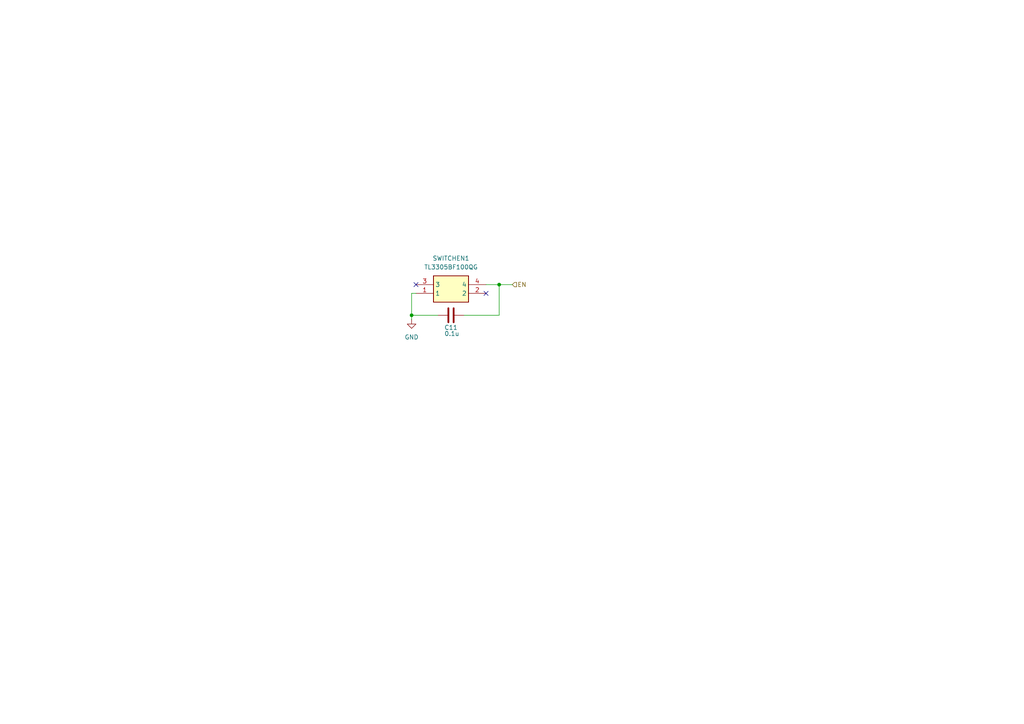
<source format=kicad_sch>
(kicad_sch
	(version 20231120)
	(generator "eeschema")
	(generator_version "8.0")
	(uuid "203338ad-9591-49c3-a6d7-88d3688094ed")
	(paper "A4")
	(lib_symbols
		(symbol "Device:C"
			(pin_numbers hide)
			(pin_names
				(offset 0.254)
			)
			(exclude_from_sim no)
			(in_bom yes)
			(on_board yes)
			(property "Reference" "C"
				(at 0.635 2.54 0)
				(effects
					(font
						(size 1.27 1.27)
					)
					(justify left)
				)
			)
			(property "Value" "C"
				(at 0.635 -2.54 0)
				(effects
					(font
						(size 1.27 1.27)
					)
					(justify left)
				)
			)
			(property "Footprint" ""
				(at 0.9652 -3.81 0)
				(effects
					(font
						(size 1.27 1.27)
					)
					(hide yes)
				)
			)
			(property "Datasheet" "~"
				(at 0 0 0)
				(effects
					(font
						(size 1.27 1.27)
					)
					(hide yes)
				)
			)
			(property "Description" "Unpolarized capacitor"
				(at 0 0 0)
				(effects
					(font
						(size 1.27 1.27)
					)
					(hide yes)
				)
			)
			(property "ki_keywords" "cap capacitor"
				(at 0 0 0)
				(effects
					(font
						(size 1.27 1.27)
					)
					(hide yes)
				)
			)
			(property "ki_fp_filters" "C_*"
				(at 0 0 0)
				(effects
					(font
						(size 1.27 1.27)
					)
					(hide yes)
				)
			)
			(symbol "C_0_1"
				(polyline
					(pts
						(xy -2.032 -0.762) (xy 2.032 -0.762)
					)
					(stroke
						(width 0.508)
						(type default)
					)
					(fill
						(type none)
					)
				)
				(polyline
					(pts
						(xy -2.032 0.762) (xy 2.032 0.762)
					)
					(stroke
						(width 0.508)
						(type default)
					)
					(fill
						(type none)
					)
				)
			)
			(symbol "C_1_1"
				(pin passive line
					(at 0 3.81 270)
					(length 2.794)
					(name "~"
						(effects
							(font
								(size 1.27 1.27)
							)
						)
					)
					(number "1"
						(effects
							(font
								(size 1.27 1.27)
							)
						)
					)
				)
				(pin passive line
					(at 0 -3.81 90)
					(length 2.794)
					(name "~"
						(effects
							(font
								(size 1.27 1.27)
							)
						)
					)
					(number "2"
						(effects
							(font
								(size 1.27 1.27)
							)
						)
					)
				)
			)
		)
		(symbol "Library_Loader:TL3305BF100QG"
			(exclude_from_sim no)
			(in_bom yes)
			(on_board yes)
			(property "Reference" "S"
				(at 16.51 7.62 0)
				(effects
					(font
						(size 1.27 1.27)
					)
					(justify left top)
				)
			)
			(property "Value" "TL3305BF100QG"
				(at 16.51 5.08 0)
				(effects
					(font
						(size 1.27 1.27)
					)
					(justify left top)
				)
			)
			(property "Footprint" "TL3305BF160QG"
				(at 16.51 -94.92 0)
				(effects
					(font
						(size 1.27 1.27)
					)
					(justify left top)
					(hide yes)
				)
			)
			(property "Datasheet" "https://www.e-switch.com/wp-content/uploads/2024/08/TL3305.pdf"
				(at 16.51 -194.92 0)
				(effects
					(font
						(size 1.27 1.27)
					)
					(justify left top)
					(hide yes)
				)
			)
			(property "Description" "TACT, 50mA, 12VDC SPST-NO, Off-(On) Surface Mount"
				(at 0 0 0)
				(effects
					(font
						(size 1.27 1.27)
					)
					(hide yes)
				)
			)
			(property "Height" ""
				(at 16.51 -394.92 0)
				(effects
					(font
						(size 1.27 1.27)
					)
					(justify left top)
					(hide yes)
				)
			)
			(property "Mouser Part Number" ""
				(at 16.51 -494.92 0)
				(effects
					(font
						(size 1.27 1.27)
					)
					(justify left top)
					(hide yes)
				)
			)
			(property "Mouser Price/Stock" ""
				(at 16.51 -594.92 0)
				(effects
					(font
						(size 1.27 1.27)
					)
					(justify left top)
					(hide yes)
				)
			)
			(property "Manufacturer_Name" "E-Switch"
				(at 16.51 -694.92 0)
				(effects
					(font
						(size 1.27 1.27)
					)
					(justify left top)
					(hide yes)
				)
			)
			(property "Manufacturer_Part_Number" "TL3305BF100QG"
				(at 16.51 -794.92 0)
				(effects
					(font
						(size 1.27 1.27)
					)
					(justify left top)
					(hide yes)
				)
			)
			(symbol "TL3305BF100QG_1_1"
				(rectangle
					(start 5.08 2.54)
					(end 15.24 -5.08)
					(stroke
						(width 0.254)
						(type default)
					)
					(fill
						(type background)
					)
				)
				(pin passive line
					(at 0 -2.54 0)
					(length 5.08)
					(name "1"
						(effects
							(font
								(size 1.27 1.27)
							)
						)
					)
					(number "1"
						(effects
							(font
								(size 1.27 1.27)
							)
						)
					)
				)
				(pin passive line
					(at 20.32 -2.54 180)
					(length 5.08)
					(name "2"
						(effects
							(font
								(size 1.27 1.27)
							)
						)
					)
					(number "2"
						(effects
							(font
								(size 1.27 1.27)
							)
						)
					)
				)
				(pin passive line
					(at 0 0 0)
					(length 5.08)
					(name "3"
						(effects
							(font
								(size 1.27 1.27)
							)
						)
					)
					(number "3"
						(effects
							(font
								(size 1.27 1.27)
							)
						)
					)
				)
				(pin passive line
					(at 20.32 0 180)
					(length 5.08)
					(name "4"
						(effects
							(font
								(size 1.27 1.27)
							)
						)
					)
					(number "4"
						(effects
							(font
								(size 1.27 1.27)
							)
						)
					)
				)
			)
		)
		(symbol "power:GND"
			(power)
			(pin_numbers hide)
			(pin_names
				(offset 0) hide)
			(exclude_from_sim no)
			(in_bom yes)
			(on_board yes)
			(property "Reference" "#PWR"
				(at 0 -6.35 0)
				(effects
					(font
						(size 1.27 1.27)
					)
					(hide yes)
				)
			)
			(property "Value" "GND"
				(at 0 -3.81 0)
				(effects
					(font
						(size 1.27 1.27)
					)
				)
			)
			(property "Footprint" ""
				(at 0 0 0)
				(effects
					(font
						(size 1.27 1.27)
					)
					(hide yes)
				)
			)
			(property "Datasheet" ""
				(at 0 0 0)
				(effects
					(font
						(size 1.27 1.27)
					)
					(hide yes)
				)
			)
			(property "Description" "Power symbol creates a global label with name \"GND\" , ground"
				(at 0 0 0)
				(effects
					(font
						(size 1.27 1.27)
					)
					(hide yes)
				)
			)
			(property "ki_keywords" "global power"
				(at 0 0 0)
				(effects
					(font
						(size 1.27 1.27)
					)
					(hide yes)
				)
			)
			(symbol "GND_0_1"
				(polyline
					(pts
						(xy 0 0) (xy 0 -1.27) (xy 1.27 -1.27) (xy 0 -2.54) (xy -1.27 -1.27) (xy 0 -1.27)
					)
					(stroke
						(width 0)
						(type default)
					)
					(fill
						(type none)
					)
				)
			)
			(symbol "GND_1_1"
				(pin power_in line
					(at 0 0 270)
					(length 0)
					(name "~"
						(effects
							(font
								(size 1.27 1.27)
							)
						)
					)
					(number "1"
						(effects
							(font
								(size 1.27 1.27)
							)
						)
					)
				)
			)
		)
	)
	(junction
		(at 144.78 82.55)
		(diameter 0)
		(color 0 0 0 0)
		(uuid "5517ced7-2d89-4e95-9d22-a338dddfe91c")
	)
	(junction
		(at 119.38 91.44)
		(diameter 0)
		(color 0 0 0 0)
		(uuid "f93acfb6-6360-41e7-b6da-1e79ef21068d")
	)
	(no_connect
		(at 120.65 82.55)
		(uuid "a7ce96e0-d675-4814-b69f-a571b8fb9733")
	)
	(no_connect
		(at 140.97 85.09)
		(uuid "da21f203-89c9-4663-b283-7f216072770c")
	)
	(wire
		(pts
			(xy 140.97 82.55) (xy 144.78 82.55)
		)
		(stroke
			(width 0)
			(type default)
		)
		(uuid "29a0277b-73fc-4e4a-b86a-72cdc5fee625")
	)
	(wire
		(pts
			(xy 119.38 92.71) (xy 119.38 91.44)
		)
		(stroke
			(width 0)
			(type default)
		)
		(uuid "57c9c88c-efe4-4595-a32b-cd7b2179fae6")
	)
	(wire
		(pts
			(xy 134.62 91.44) (xy 144.78 91.44)
		)
		(stroke
			(width 0)
			(type default)
		)
		(uuid "68097110-8e81-4815-9a5b-2da1e6cc2cf1")
	)
	(wire
		(pts
			(xy 144.78 82.55) (xy 148.59 82.55)
		)
		(stroke
			(width 0)
			(type default)
		)
		(uuid "6fa5fac6-914e-4042-8f6b-b48309c836d0")
	)
	(wire
		(pts
			(xy 119.38 91.44) (xy 119.38 85.09)
		)
		(stroke
			(width 0)
			(type default)
		)
		(uuid "8e356528-31be-4394-886f-81d959b793a3")
	)
	(wire
		(pts
			(xy 127 91.44) (xy 119.38 91.44)
		)
		(stroke
			(width 0)
			(type default)
		)
		(uuid "c28de3e6-c56f-4722-b722-0abe587e1d86")
	)
	(wire
		(pts
			(xy 119.38 85.09) (xy 120.65 85.09)
		)
		(stroke
			(width 0)
			(type default)
		)
		(uuid "ec3076ff-3652-4823-809c-b3f0728ffdb6")
	)
	(wire
		(pts
			(xy 144.78 82.55) (xy 144.78 91.44)
		)
		(stroke
			(width 0)
			(type default)
		)
		(uuid "efa68af8-d053-4d03-875e-70b3da0a9315")
	)
	(hierarchical_label "EN"
		(shape input)
		(at 148.59 82.55 0)
		(fields_autoplaced yes)
		(effects
			(font
				(size 1.27 1.27)
			)
			(justify left)
		)
		(uuid "d50e16c9-182c-4e01-a13a-60a1f77680e9")
	)
	(symbol
		(lib_id "Device:C")
		(at 130.81 91.44 270)
		(unit 1)
		(exclude_from_sim no)
		(in_bom yes)
		(on_board yes)
		(dnp no)
		(uuid "120924ea-5383-40cb-babd-bb780a7ee349")
		(property "Reference" "C11"
			(at 130.81 94.996 90)
			(effects
				(font
					(size 1.27 1.27)
				)
			)
		)
		(property "Value" "0.1u"
			(at 131.064 96.774 90)
			(effects
				(font
					(size 1.27 1.27)
				)
			)
		)
		(property "Footprint" "Capacitor_SMD:C_0805_2012Metric_Pad1.18x1.45mm_HandSolder"
			(at 127 92.4052 0)
			(effects
				(font
					(size 1.27 1.27)
				)
				(hide yes)
			)
		)
		(property "Datasheet" "~"
			(at 130.81 91.44 0)
			(effects
				(font
					(size 1.27 1.27)
				)
				(hide yes)
			)
		)
		(property "Description" "Unpolarized capacitor"
			(at 130.81 91.44 0)
			(effects
				(font
					(size 1.27 1.27)
				)
				(hide yes)
			)
		)
		(pin "2"
			(uuid "33b33fd7-b3d3-4b5a-b5c1-6dfea4e65539")
		)
		(pin "1"
			(uuid "96eb8daf-222d-414c-afac-6b581b25ef36")
		)
		(instances
			(project "PCB_CDFR"
				(path "/3c3cb7cd-e8cc-430c-ac5b-45b76eff6266/3576a164-91b2-4706-a4a5-47c9d59b56e3"
					(reference "C11")
					(unit 1)
				)
			)
		)
	)
	(symbol
		(lib_id "power:GND")
		(at 119.38 92.71 0)
		(unit 1)
		(exclude_from_sim no)
		(in_bom yes)
		(on_board yes)
		(dnp no)
		(fields_autoplaced yes)
		(uuid "bbd45946-ecdf-4253-9b1d-3d47bd7b6f63")
		(property "Reference" "#PWR014"
			(at 119.38 99.06 0)
			(effects
				(font
					(size 1.27 1.27)
				)
				(hide yes)
			)
		)
		(property "Value" "GND"
			(at 119.38 97.79 0)
			(effects
				(font
					(size 1.27 1.27)
				)
			)
		)
		(property "Footprint" ""
			(at 119.38 92.71 0)
			(effects
				(font
					(size 1.27 1.27)
				)
				(hide yes)
			)
		)
		(property "Datasheet" ""
			(at 119.38 92.71 0)
			(effects
				(font
					(size 1.27 1.27)
				)
				(hide yes)
			)
		)
		(property "Description" "Power symbol creates a global label with name \"GND\" , ground"
			(at 119.38 92.71 0)
			(effects
				(font
					(size 1.27 1.27)
				)
				(hide yes)
			)
		)
		(pin "1"
			(uuid "fee36292-5a84-4a97-a445-1abcf5e4958b")
		)
		(instances
			(project "PCB_CDFR"
				(path "/3c3cb7cd-e8cc-430c-ac5b-45b76eff6266/3576a164-91b2-4706-a4a5-47c9d59b56e3"
					(reference "#PWR014")
					(unit 1)
				)
			)
		)
	)
	(symbol
		(lib_id "Library_Loader:TL3305BF100QG")
		(at 120.65 82.55 0)
		(unit 1)
		(exclude_from_sim no)
		(in_bom yes)
		(on_board yes)
		(dnp no)
		(fields_autoplaced yes)
		(uuid "d1503099-c377-4355-93f8-630e452f9d64")
		(property "Reference" "SWITCHEN1"
			(at 130.81 74.93 0)
			(effects
				(font
					(size 1.27 1.27)
				)
			)
		)
		(property "Value" "TL3305BF100QG"
			(at 130.81 77.47 0)
			(effects
				(font
					(size 1.27 1.27)
				)
			)
		)
		(property "Footprint" "Library_Loader:TL3305BF160QG"
			(at 137.16 177.47 0)
			(effects
				(font
					(size 1.27 1.27)
				)
				(justify left top)
				(hide yes)
			)
		)
		(property "Datasheet" "https://www.e-switch.com/wp-content/uploads/2024/08/TL3305.pdf"
			(at 137.16 277.47 0)
			(effects
				(font
					(size 1.27 1.27)
				)
				(justify left top)
				(hide yes)
			)
		)
		(property "Description" "TACT, 50mA, 12VDC SPST-NO, Off-(On) Surface Mount"
			(at 120.65 82.55 0)
			(effects
				(font
					(size 1.27 1.27)
				)
				(hide yes)
			)
		)
		(property "Height" ""
			(at 137.16 477.47 0)
			(effects
				(font
					(size 1.27 1.27)
				)
				(justify left top)
				(hide yes)
			)
		)
		(property "Mouser Part Number" ""
			(at 137.16 577.47 0)
			(effects
				(font
					(size 1.27 1.27)
				)
				(justify left top)
				(hide yes)
			)
		)
		(property "Mouser Price/Stock" ""
			(at 137.16 677.47 0)
			(effects
				(font
					(size 1.27 1.27)
				)
				(justify left top)
				(hide yes)
			)
		)
		(property "Manufacturer_Name" "E-Switch"
			(at 137.16 777.47 0)
			(effects
				(font
					(size 1.27 1.27)
				)
				(justify left top)
				(hide yes)
			)
		)
		(property "Manufacturer_Part_Number" "TL3305BF100QG"
			(at 137.16 877.47 0)
			(effects
				(font
					(size 1.27 1.27)
				)
				(justify left top)
				(hide yes)
			)
		)
		(pin "3"
			(uuid "f0e799a7-6020-49c7-85cd-b89e2137a0e8")
		)
		(pin "2"
			(uuid "bd304514-09cf-4cf9-a4c0-bcf499dca7a3")
		)
		(pin "1"
			(uuid "20d9519d-a2a8-4f8d-91a1-f818266ff57c")
		)
		(pin "4"
			(uuid "ef3169d7-bee9-4137-ab53-32b4470ed40d")
		)
		(instances
			(project "PCB_CDFR"
				(path "/3c3cb7cd-e8cc-430c-ac5b-45b76eff6266/3576a164-91b2-4706-a4a5-47c9d59b56e3"
					(reference "SWITCHEN1")
					(unit 1)
				)
			)
		)
	)
)

</source>
